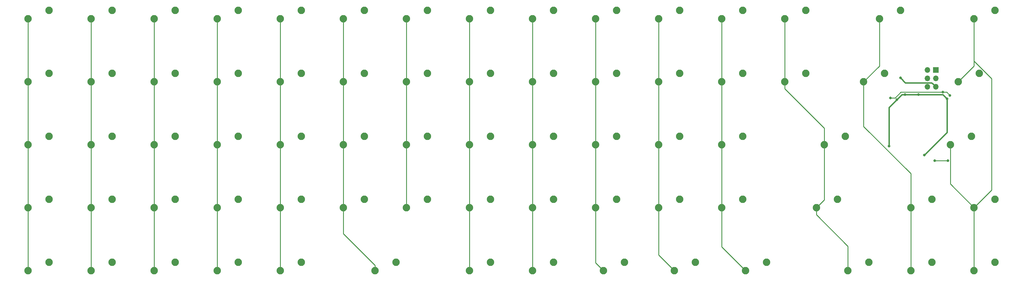
<source format=gtl>
G04 #@! TF.GenerationSoftware,KiCad,Pcbnew,(5.1.4)-1*
G04 #@! TF.CreationDate,2022-05-27T22:51:18-07:00*
G04 #@! TF.ProjectId,bakeneko65ortho,62616b65-6e65-46b6-9f36-356f7274686f,rev?*
G04 #@! TF.SameCoordinates,Original*
G04 #@! TF.FileFunction,Copper,L1,Top*
G04 #@! TF.FilePolarity,Positive*
%FSLAX46Y46*%
G04 Gerber Fmt 4.6, Leading zero omitted, Abs format (unit mm)*
G04 Created by KiCad (PCBNEW (5.1.4)-1) date 2022-05-27 22:51:18*
%MOMM*%
%LPD*%
G04 APERTURE LIST*
%ADD10C,2.250000*%
%ADD11R,1.700000X1.700000*%
%ADD12O,1.700000X1.700000*%
%ADD13C,0.800000*%
%ADD14C,0.381000*%
%ADD15C,0.250000*%
G04 APERTURE END LIST*
D10*
X247015000Y-56038750D03*
X240665000Y-58578750D03*
X244633750Y-75088750D03*
X238283750Y-77628750D03*
D11*
X274383500Y-36004500D03*
D12*
X271843500Y-36004500D03*
X274383500Y-38544500D03*
X271843500Y-38544500D03*
X274383500Y-41084500D03*
X271843500Y-41084500D03*
D10*
X258921250Y-36988750D03*
X252571250Y-39528750D03*
X285115000Y-56038750D03*
X278765000Y-58578750D03*
X287496250Y-36988750D03*
X281146250Y-39528750D03*
X25558750Y-17938750D03*
X19208750Y-20478750D03*
X292258750Y-94138750D03*
X285908750Y-96678750D03*
X273208750Y-94138750D03*
X266858750Y-96678750D03*
X254158750Y-94138750D03*
X247808750Y-96678750D03*
X223202500Y-94138750D03*
X216852500Y-96678750D03*
X201771250Y-94138750D03*
X195421250Y-96678750D03*
X180340000Y-94138750D03*
X173990000Y-96678750D03*
X158908750Y-94138750D03*
X152558750Y-96678750D03*
X139858750Y-94138750D03*
X133508750Y-96678750D03*
X111283750Y-94138750D03*
X104933750Y-96678750D03*
X82708750Y-94138750D03*
X76358750Y-96678750D03*
X63658750Y-94138750D03*
X57308750Y-96678750D03*
X44608750Y-94138750D03*
X38258750Y-96678750D03*
X25558750Y-94138750D03*
X19208750Y-96678750D03*
X6508750Y-94138750D03*
X158750Y-96678750D03*
X292258750Y-75088750D03*
X285908750Y-77628750D03*
X273208750Y-75088750D03*
X266858750Y-77628750D03*
X216058750Y-75088750D03*
X209708750Y-77628750D03*
X197008750Y-75088750D03*
X190658750Y-77628750D03*
X177958750Y-75088750D03*
X171608750Y-77628750D03*
X158908750Y-75088750D03*
X152558750Y-77628750D03*
X139858750Y-75088750D03*
X133508750Y-77628750D03*
X120808750Y-75088750D03*
X114458750Y-77628750D03*
X101758750Y-75088750D03*
X95408750Y-77628750D03*
X82708750Y-75088750D03*
X76358750Y-77628750D03*
X63658750Y-75088750D03*
X57308750Y-77628750D03*
X44608750Y-75088750D03*
X38258750Y-77628750D03*
X25558750Y-75088750D03*
X19208750Y-77628750D03*
X6508750Y-75088750D03*
X158750Y-77628750D03*
X216058750Y-56038750D03*
X209708750Y-58578750D03*
X197008750Y-56038750D03*
X190658750Y-58578750D03*
X177958750Y-56038750D03*
X171608750Y-58578750D03*
X158908750Y-56038750D03*
X152558750Y-58578750D03*
X139858750Y-56038750D03*
X133508750Y-58578750D03*
X120808750Y-56038750D03*
X114458750Y-58578750D03*
X101758750Y-56038750D03*
X95408750Y-58578750D03*
X82708750Y-56038750D03*
X76358750Y-58578750D03*
X63658750Y-56038750D03*
X57308750Y-58578750D03*
X44608750Y-56038750D03*
X38258750Y-58578750D03*
X25558750Y-56038750D03*
X19208750Y-58578750D03*
X6508750Y-56038750D03*
X158750Y-58578750D03*
X235108750Y-36988750D03*
X228758750Y-39528750D03*
X216058750Y-36988750D03*
X209708750Y-39528750D03*
X197008750Y-36988750D03*
X190658750Y-39528750D03*
X177958750Y-36988750D03*
X171608750Y-39528750D03*
X158908750Y-36988750D03*
X152558750Y-39528750D03*
X139858750Y-36988750D03*
X133508750Y-39528750D03*
X120808750Y-36988750D03*
X114458750Y-39528750D03*
X101758750Y-36988750D03*
X95408750Y-39528750D03*
X82708750Y-36988750D03*
X76358750Y-39528750D03*
X63658750Y-36988750D03*
X57308750Y-39528750D03*
X44608750Y-36988750D03*
X38258750Y-39528750D03*
X25558750Y-36988750D03*
X19208750Y-39528750D03*
X6508750Y-36988750D03*
X158750Y-39528750D03*
X292258750Y-17938750D03*
X285908750Y-20478750D03*
X263683750Y-17938750D03*
X257333750Y-20478750D03*
X235108750Y-17938750D03*
X228758750Y-20478750D03*
X216058750Y-17938750D03*
X209708750Y-20478750D03*
X197008750Y-17938750D03*
X190658750Y-20478750D03*
X177958750Y-17938750D03*
X171608750Y-20478750D03*
X158908750Y-17938750D03*
X152558750Y-20478750D03*
X139858750Y-17938750D03*
X133508750Y-20478750D03*
X120808750Y-17938750D03*
X114458750Y-20478750D03*
X101758750Y-17938750D03*
X95408750Y-20478750D03*
X82708750Y-17938750D03*
X76358750Y-20478750D03*
X63658750Y-17938750D03*
X57308750Y-20478750D03*
X44608750Y-17938750D03*
X38258750Y-20478750D03*
X6508750Y-17938750D03*
X158750Y-20478750D03*
D13*
X265049000Y-43434000D03*
X262636000Y-44958000D03*
X269113000Y-43434000D03*
X270891000Y-61722000D03*
X260223000Y-59055000D03*
X277749000Y-44704000D03*
X263668750Y-38398259D03*
X278638000Y-43688000D03*
X260656499Y-44450000D03*
X276508490Y-42644050D03*
X278040000Y-63437651D03*
X274001349Y-63437651D03*
D14*
X265049000Y-43434000D02*
X264160000Y-43434000D01*
X264160000Y-43434000D02*
X262636000Y-44958000D01*
X265049000Y-43434000D02*
X269113000Y-43434000D01*
X260223000Y-47371000D02*
X262636000Y-44958000D01*
X260223000Y-59055000D02*
X260223000Y-47371000D01*
X269113000Y-43434000D02*
X276479000Y-43434000D01*
X277749000Y-54864000D02*
X270891000Y-61722000D01*
X277749000Y-44704000D02*
X277749000Y-54864000D01*
X276479000Y-43434000D02*
X277749000Y-44704000D01*
X273533501Y-40234501D02*
X274383500Y-41084500D01*
X273142999Y-39843999D02*
X273533501Y-40234501D01*
X265114490Y-39843999D02*
X273142999Y-39843999D01*
X263668750Y-38398259D02*
X265114490Y-39843999D01*
D15*
X262070998Y-44450000D02*
X263811999Y-42708999D01*
X263811999Y-42708999D02*
X277658999Y-42708999D01*
X277658999Y-42708999D02*
X278638000Y-43688000D01*
X260656499Y-44450000D02*
X262070998Y-44450000D01*
X274567034Y-63437651D02*
X278040000Y-63437651D01*
X273876651Y-63437651D02*
X274001349Y-63437651D01*
X274567034Y-63437651D02*
X273876651Y-63437651D01*
X158750Y-22069740D02*
X158750Y-39528750D01*
X158750Y-20478750D02*
X158750Y-22069740D01*
X158750Y-41119740D02*
X158750Y-58578750D01*
X158750Y-39528750D02*
X158750Y-41119740D01*
X158750Y-60169740D02*
X158750Y-77628750D01*
X158750Y-58578750D02*
X158750Y-60169740D01*
X158750Y-79219740D02*
X158750Y-96678750D01*
X158750Y-77628750D02*
X158750Y-79219740D01*
X19208750Y-22069740D02*
X19208750Y-39528750D01*
X19208750Y-20478750D02*
X19208750Y-22069740D01*
X19208750Y-41119740D02*
X19208750Y-58578750D01*
X19208750Y-39528750D02*
X19208750Y-41119740D01*
X19208750Y-58578750D02*
X19208750Y-77628750D01*
X19208750Y-77628750D02*
X19208750Y-96678750D01*
X38258750Y-22069740D02*
X38258750Y-39528750D01*
X38258750Y-20478750D02*
X38258750Y-22069740D01*
X38258750Y-41119740D02*
X38258750Y-58578750D01*
X38258750Y-39528750D02*
X38258750Y-41119740D01*
X38258750Y-60169740D02*
X38258750Y-77628750D01*
X38258750Y-58578750D02*
X38258750Y-60169740D01*
X38258750Y-79219740D02*
X38258750Y-96678750D01*
X38258750Y-77628750D02*
X38258750Y-79219740D01*
X57308750Y-22640724D02*
X57308750Y-39528750D01*
X57308750Y-20478750D02*
X57308750Y-22640724D01*
X57308750Y-41119740D02*
X57308750Y-58578750D01*
X57308750Y-39528750D02*
X57308750Y-41119740D01*
X57308750Y-60169740D02*
X57308750Y-77628750D01*
X57308750Y-58578750D02*
X57308750Y-60169740D01*
X57308750Y-77628750D02*
X57308750Y-96678750D01*
X76358750Y-22069740D02*
X76358750Y-39528750D01*
X76358750Y-20478750D02*
X76358750Y-22069740D01*
X76358750Y-41119740D02*
X76358750Y-58578750D01*
X76358750Y-39528750D02*
X76358750Y-41119740D01*
X76358750Y-60169740D02*
X76358750Y-77628750D01*
X76358750Y-58578750D02*
X76358750Y-60169740D01*
X76358750Y-77628750D02*
X76358750Y-96678750D01*
X95408750Y-22069740D02*
X95408750Y-39528750D01*
X95408750Y-20478750D02*
X95408750Y-22069740D01*
X95408750Y-41119740D02*
X95408750Y-58578750D01*
X95408750Y-39528750D02*
X95408750Y-41119740D01*
X95408750Y-60169740D02*
X95408750Y-77628750D01*
X95408750Y-58578750D02*
X95408750Y-60169740D01*
X95408750Y-79219740D02*
X95408750Y-77628750D01*
X95408750Y-85562760D02*
X95408750Y-79219740D01*
X104933750Y-95087760D02*
X95408750Y-85562760D01*
X104933750Y-96678750D02*
X104933750Y-95087760D01*
X114458750Y-22069740D02*
X114458750Y-39528750D01*
X114458750Y-20478750D02*
X114458750Y-22069740D01*
X114458750Y-41119740D02*
X114458750Y-58578750D01*
X114458750Y-39528750D02*
X114458750Y-41119740D01*
X114458750Y-60169740D02*
X114458750Y-77628750D01*
X114458750Y-58578750D02*
X114458750Y-60169740D01*
X133508750Y-22069740D02*
X133508750Y-39528750D01*
X133508750Y-20478750D02*
X133508750Y-22069740D01*
X133508750Y-41119740D02*
X133508750Y-58578750D01*
X133508750Y-39528750D02*
X133508750Y-41119740D01*
X133508750Y-58578750D02*
X133508750Y-77628750D01*
X133508750Y-79219740D02*
X133508750Y-96678750D01*
X133508750Y-77628750D02*
X133508750Y-79219740D01*
X152558750Y-22069740D02*
X152558750Y-39528750D01*
X152558750Y-20478750D02*
X152558750Y-22069740D01*
X152558750Y-41119740D02*
X152558750Y-58578750D01*
X152558750Y-39528750D02*
X152558750Y-41119740D01*
X152558750Y-58578750D02*
X152558750Y-77628750D01*
X152558750Y-79219740D02*
X152558750Y-96678750D01*
X152558750Y-77628750D02*
X152558750Y-79219740D01*
X171608750Y-22069740D02*
X171608750Y-39528750D01*
X171608750Y-20478750D02*
X171608750Y-22069740D01*
X171608750Y-41119740D02*
X171608750Y-58578750D01*
X171608750Y-39528750D02*
X171608750Y-41119740D01*
X171608750Y-60169740D02*
X171608750Y-77628750D01*
X171608750Y-58578750D02*
X171608750Y-60169740D01*
X171608750Y-94297500D02*
X173990000Y-96678750D01*
X171608750Y-77628750D02*
X171608750Y-94297500D01*
X190658750Y-20478750D02*
X190658750Y-39528750D01*
X190658750Y-41119740D02*
X190658750Y-58578750D01*
X190658750Y-39528750D02*
X190658750Y-41119740D01*
X190658750Y-60169740D02*
X190658750Y-77628750D01*
X190658750Y-58578750D02*
X190658750Y-60169740D01*
X190658750Y-91916250D02*
X195421250Y-96678750D01*
X190658750Y-77628750D02*
X190658750Y-91916250D01*
X209708750Y-22069740D02*
X209708750Y-39528750D01*
X209708750Y-20478750D02*
X209708750Y-22069740D01*
X209708750Y-39528750D02*
X209708750Y-58578750D01*
X209708750Y-58578750D02*
X209708750Y-77628750D01*
X209708750Y-89535000D02*
X216852500Y-96678750D01*
X209708750Y-77628750D02*
X209708750Y-89535000D01*
X228758750Y-20478750D02*
X228758750Y-39528750D01*
X240665000Y-75247500D02*
X238283750Y-77628750D01*
X240665000Y-58578750D02*
X240665000Y-75247500D01*
X238283750Y-79219740D02*
X238283750Y-77628750D01*
X238283750Y-79790724D02*
X238283750Y-79219740D01*
X247808750Y-89315724D02*
X238283750Y-79790724D01*
X247808750Y-96678750D02*
X247808750Y-89315724D01*
X240665000Y-56987760D02*
X240665000Y-58578750D01*
X240665000Y-53596974D02*
X240665000Y-56987760D01*
X228758750Y-41690724D02*
X240665000Y-53596974D01*
X228758750Y-39528750D02*
X228758750Y-41690724D01*
X257333750Y-34766250D02*
X252571250Y-39528750D01*
X257333750Y-20478750D02*
X257333750Y-34766250D01*
X252571250Y-41119740D02*
X252571250Y-39528750D01*
X252571250Y-53060272D02*
X252571250Y-41119740D01*
X266858750Y-67347772D02*
X252571250Y-53060272D01*
X266858750Y-77628750D02*
X266858750Y-67347772D01*
X266858750Y-79219740D02*
X266858750Y-96678750D01*
X266858750Y-77628750D02*
X266858750Y-79219740D01*
X285908750Y-95087760D02*
X285908750Y-77628750D01*
X285908750Y-96678750D02*
X285908750Y-95087760D01*
X278765000Y-70485000D02*
X285908750Y-77628750D01*
X278765000Y-58578750D02*
X278765000Y-70485000D01*
X285908750Y-34766250D02*
X281146250Y-39528750D01*
X285908750Y-20478750D02*
X285908750Y-34766250D01*
X287033749Y-76503751D02*
X285908750Y-77628750D01*
X291236251Y-72301249D02*
X287033749Y-76503751D01*
X291236251Y-38582749D02*
X291236251Y-72301249D01*
X285908750Y-33255248D02*
X291236251Y-38582749D01*
X285908750Y-20478750D02*
X285908750Y-33255248D01*
M02*

</source>
